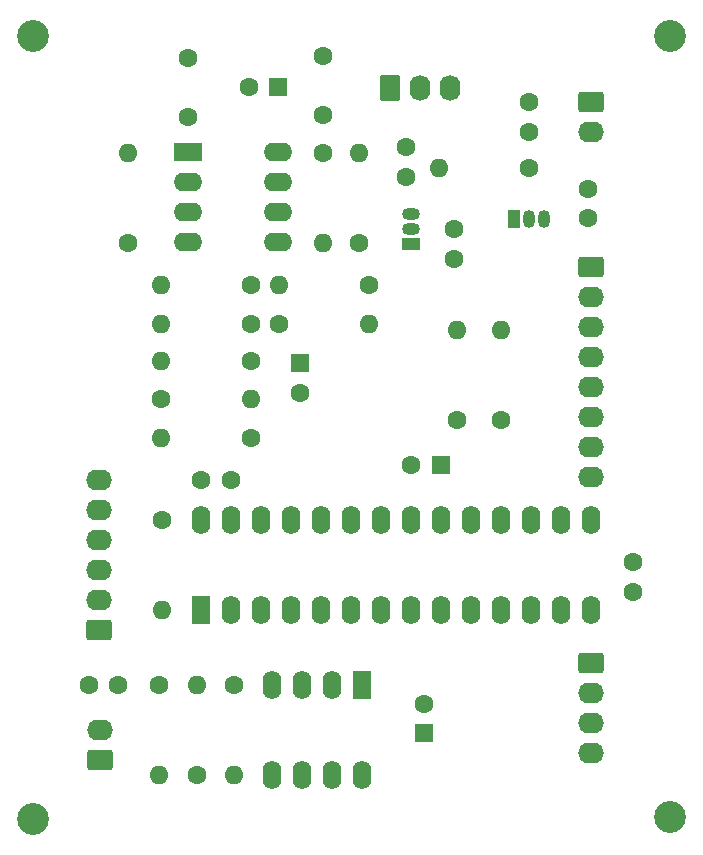
<source format=gbs>
%TF.GenerationSoftware,KiCad,Pcbnew,8.0.1*%
%TF.CreationDate,2024-06-15T11:09:31+01:00*%
%TF.ProjectId,MiniFilter3.2,4d696e69-4669-46c7-9465-72332e322e6b,rev?*%
%TF.SameCoordinates,Original*%
%TF.FileFunction,Soldermask,Bot*%
%TF.FilePolarity,Negative*%
%FSLAX46Y46*%
G04 Gerber Fmt 4.6, Leading zero omitted, Abs format (unit mm)*
G04 Created by KiCad (PCBNEW 8.0.1) date 2024-06-15 11:09:31*
%MOMM*%
%LPD*%
G01*
G04 APERTURE LIST*
G04 Aperture macros list*
%AMRoundRect*
0 Rectangle with rounded corners*
0 $1 Rounding radius*
0 $2 $3 $4 $5 $6 $7 $8 $9 X,Y pos of 4 corners*
0 Add a 4 corners polygon primitive as box body*
4,1,4,$2,$3,$4,$5,$6,$7,$8,$9,$2,$3,0*
0 Add four circle primitives for the rounded corners*
1,1,$1+$1,$2,$3*
1,1,$1+$1,$4,$5*
1,1,$1+$1,$6,$7*
1,1,$1+$1,$8,$9*
0 Add four rect primitives between the rounded corners*
20,1,$1+$1,$2,$3,$4,$5,0*
20,1,$1+$1,$4,$5,$6,$7,0*
20,1,$1+$1,$6,$7,$8,$9,0*
20,1,$1+$1,$8,$9,$2,$3,0*%
G04 Aperture macros list end*
%ADD10R,2.400000X1.600000*%
%ADD11O,2.400000X1.600000*%
%ADD12C,1.600000*%
%ADD13RoundRect,0.250000X-0.620000X-0.845000X0.620000X-0.845000X0.620000X0.845000X-0.620000X0.845000X0*%
%ADD14O,1.740000X2.190000*%
%ADD15O,1.600000X1.600000*%
%ADD16RoundRect,0.250000X-0.845000X0.620000X-0.845000X-0.620000X0.845000X-0.620000X0.845000X0.620000X0*%
%ADD17O,2.190000X1.740000*%
%ADD18R,1.500000X1.050000*%
%ADD19O,1.500000X1.050000*%
%ADD20RoundRect,0.250000X0.845000X-0.620000X0.845000X0.620000X-0.845000X0.620000X-0.845000X-0.620000X0*%
%ADD21C,2.700000*%
%ADD22R,1.600000X1.600000*%
%ADD23R,1.600000X2.400000*%
%ADD24O,1.600000X2.400000*%
%ADD25R,1.050000X1.500000*%
%ADD26O,1.050000X1.500000*%
G04 APERTURE END LIST*
D10*
%TO.C,IC5*%
X148285200Y-77952600D03*
D11*
X148285200Y-80492600D03*
X148285200Y-83032600D03*
X148285200Y-85572600D03*
X155905200Y-85572600D03*
X155905200Y-83032600D03*
X155905200Y-80492600D03*
X155905200Y-77952600D03*
%TD*%
D12*
%TO.C,C2*%
X139867000Y-123063000D03*
X142367000Y-123063000D03*
%TD*%
D13*
%TO.C,J6*%
X165354000Y-72466200D03*
D14*
X167894000Y-72466200D03*
X170434000Y-72466200D03*
%TD*%
D12*
%TO.C,C6*%
X166751000Y-80010000D03*
X166751000Y-77510000D03*
%TD*%
%TO.C,R11*%
X155956000Y-92456000D03*
D15*
X163576000Y-92456000D03*
%TD*%
D12*
%TO.C,R12*%
X153644600Y-92456000D03*
D15*
X146024600Y-92456000D03*
%TD*%
D12*
%TO.C,R10*%
X153619200Y-102108000D03*
D15*
X145999200Y-102108000D03*
%TD*%
D12*
%TO.C,R7*%
X163576000Y-89154000D03*
D15*
X155956000Y-89154000D03*
%TD*%
D12*
%TO.C,C12*%
X148310600Y-74980800D03*
X148310600Y-69980800D03*
%TD*%
D16*
%TO.C,J3*%
X182372000Y-121158000D03*
D17*
X182372000Y-123698000D03*
X182372000Y-126238000D03*
X182372000Y-128778000D03*
%TD*%
D18*
%TO.C,IC3*%
X167132000Y-85725000D03*
D19*
X167132000Y-84455000D03*
X167132000Y-83185000D03*
%TD*%
D20*
%TO.C,J1*%
X140843000Y-129428000D03*
D17*
X140843000Y-126888000D03*
%TD*%
D21*
%TO.C,H3*%
X189103000Y-134239000D03*
%TD*%
D12*
%TO.C,R6*%
X174752000Y-100584000D03*
D15*
X174752000Y-92964000D03*
%TD*%
D12*
%TO.C,R3*%
X145857600Y-123063000D03*
D15*
X145857600Y-130683000D03*
%TD*%
D12*
%TO.C,R13*%
X159740600Y-77978000D03*
D15*
X159740600Y-85598000D03*
%TD*%
D22*
%TO.C,C13*%
X157734000Y-95798000D03*
D12*
X157734000Y-98298000D03*
%TD*%
%TO.C,C4*%
X170815000Y-84455000D03*
X170815000Y-86955000D03*
%TD*%
%TO.C,R5*%
X171069000Y-100584000D03*
D15*
X171069000Y-92964000D03*
%TD*%
D12*
%TO.C,C3*%
X177165000Y-76200000D03*
X177165000Y-73700000D03*
%TD*%
%TO.C,R4*%
X146050000Y-109093000D03*
D15*
X146050000Y-116713000D03*
%TD*%
D12*
%TO.C,R14*%
X143230600Y-85598000D03*
D15*
X143230600Y-77978000D03*
%TD*%
D16*
%TO.C,J2*%
X182372000Y-73660000D03*
D17*
X182372000Y-76200000D03*
%TD*%
D12*
%TO.C,R9*%
X153644600Y-89154000D03*
D15*
X146024600Y-89154000D03*
%TD*%
D22*
%TO.C,C10*%
X155905200Y-72440800D03*
D12*
X153405200Y-72440800D03*
%TD*%
D22*
%TO.C,C1*%
X168275000Y-127142000D03*
D12*
X168275000Y-124642000D03*
%TD*%
D21*
%TO.C,H1*%
X135128000Y-68072000D03*
%TD*%
D12*
%TO.C,R8*%
X162788600Y-85598000D03*
D15*
X162788600Y-77978000D03*
%TD*%
D12*
%TO.C,R1*%
X152146000Y-123063000D03*
D15*
X152146000Y-130683000D03*
%TD*%
D23*
%TO.C,IC4*%
X149352000Y-116713000D03*
D24*
X151892000Y-116713000D03*
X154432000Y-116713000D03*
X156972000Y-116713000D03*
X159512000Y-116713000D03*
X162052000Y-116713000D03*
X164592000Y-116713000D03*
X167132000Y-116713000D03*
X169672000Y-116713000D03*
X172212000Y-116713000D03*
X174752000Y-116713000D03*
X177292000Y-116713000D03*
X179832000Y-116713000D03*
X182372000Y-116713000D03*
X182372000Y-109093000D03*
X179832000Y-109093000D03*
X177292000Y-109093000D03*
X174752000Y-109093000D03*
X172212000Y-109093000D03*
X169672000Y-109093000D03*
X167132000Y-109093000D03*
X164592000Y-109093000D03*
X162052000Y-109093000D03*
X159512000Y-109093000D03*
X156972000Y-109093000D03*
X154432000Y-109093000D03*
X151892000Y-109093000D03*
X149352000Y-109093000D03*
%TD*%
D12*
%TO.C,R16*%
X153644600Y-95631000D03*
D15*
X146024600Y-95631000D03*
%TD*%
D12*
%TO.C,C11*%
X159740600Y-74828400D03*
X159740600Y-69828400D03*
%TD*%
%TO.C,C7*%
X185928000Y-115149000D03*
X185928000Y-112649000D03*
%TD*%
D21*
%TO.C,H4*%
X189103000Y-68072000D03*
%TD*%
%TO.C,H2*%
X135128000Y-134366000D03*
%TD*%
D16*
%TO.C,J5*%
X182372000Y-87655400D03*
D17*
X182372000Y-90195400D03*
X182372000Y-92735400D03*
X182372000Y-95275400D03*
X182372000Y-97815400D03*
X182372000Y-100355400D03*
X182372000Y-102895400D03*
X182372000Y-105435400D03*
%TD*%
D12*
%TO.C,C9*%
X149392000Y-105664000D03*
X151892000Y-105664000D03*
%TD*%
D22*
%TO.C,C8*%
X169672000Y-104394000D03*
D12*
X167172000Y-104394000D03*
%TD*%
%TO.C,L1*%
X177165000Y-79248000D03*
D15*
X169545000Y-79248000D03*
%TD*%
D20*
%TO.C,J4*%
X140716000Y-118364000D03*
D17*
X140716000Y-115824000D03*
X140716000Y-113284000D03*
X140716000Y-110744000D03*
X140716000Y-108204000D03*
X140716000Y-105664000D03*
%TD*%
D12*
%TO.C,R15*%
X146024600Y-98856800D03*
D15*
X153644600Y-98856800D03*
%TD*%
D12*
%TO.C,R2*%
X149007200Y-130683000D03*
D15*
X149007200Y-123063000D03*
%TD*%
D23*
%TO.C,IC1*%
X163002600Y-123027200D03*
D24*
X160462600Y-123027200D03*
X157922600Y-123027200D03*
X155382600Y-123027200D03*
X155382600Y-130647200D03*
X157922600Y-130647200D03*
X160462600Y-130647200D03*
X163002600Y-130647200D03*
%TD*%
D12*
%TO.C,C5*%
X182118000Y-83526000D03*
X182118000Y-81026000D03*
%TD*%
D25*
%TO.C,IC2*%
X175895000Y-83566000D03*
D26*
X177165000Y-83566000D03*
X178435000Y-83566000D03*
%TD*%
M02*

</source>
